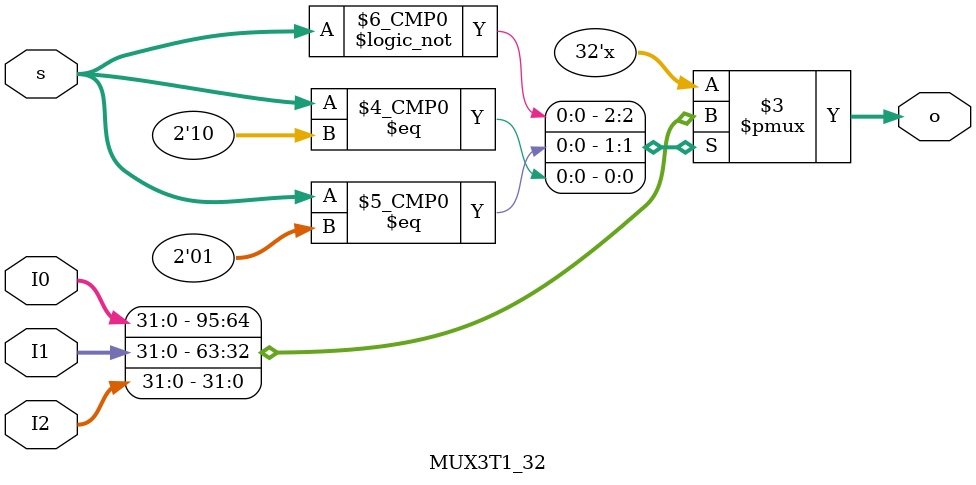
<source format=v>
`timescale 1ns / 1ps


module MUX3T1_32(
    input [31:0] I0,
    input [31:0] I1,
    input [31:0] I2,
    input [1:0] s,
    output reg [31:0] o
    );
always @(*) begin
    case(s)
        2'b00: o = I0;
        2'b01: o = I1;
        2'b10: o = I2;
        default: ;
    endcase
end
endmodule

</source>
